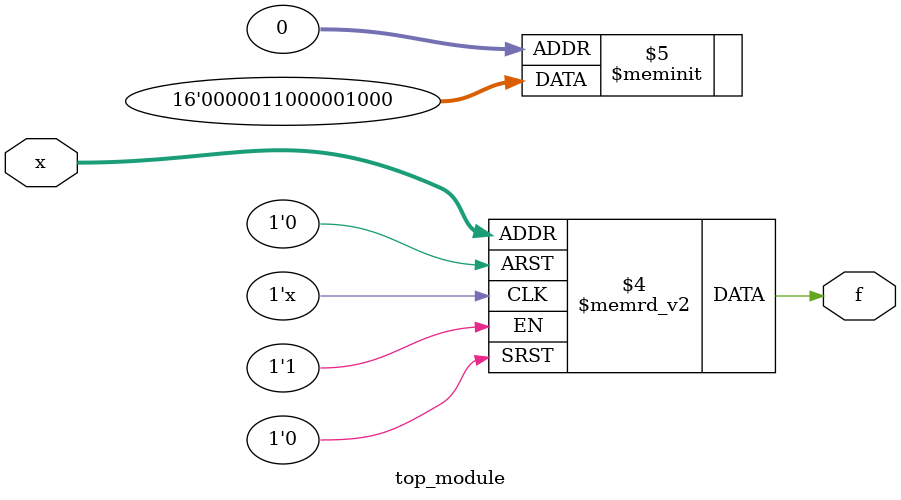
<source format=sv>
module top_module (
    input [4:1] x,
    output logic f
);

always_comb begin
    case ({x[4], x[3], x[2], x[1]})
        4'b0001: f = 0;
        4'b0011: f = 1;
        4'b0101: f = 0; // Don't care, set to 0
        4'b0110: f = 0; // Don't care, set to 0
        4'b1001: f = 1;
        4'b1010: f = 1;
        4'b1100: f = 0;
        4'b1111: f = 0; // Don't care, set to 0
        default: f = 0; // Default case for any other input
    endcase
end

endmodule

</source>
